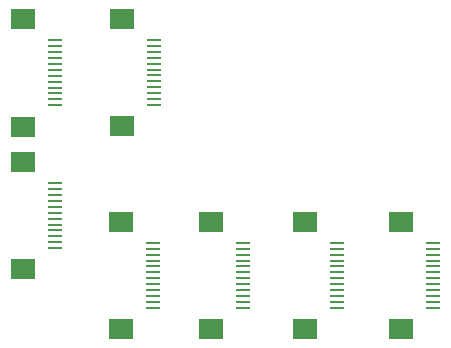
<source format=gbr>
%TF.GenerationSoftware,KiCad,Pcbnew,7.0.2*%
%TF.CreationDate,2024-09-11T13:33:12+02:00*%
%TF.ProjectId,mcu_holder,6d63755f-686f-46c6-9465-722e6b696361,rev?*%
%TF.SameCoordinates,Original*%
%TF.FileFunction,Paste,Top*%
%TF.FilePolarity,Positive*%
%FSLAX46Y46*%
G04 Gerber Fmt 4.6, Leading zero omitted, Abs format (unit mm)*
G04 Created by KiCad (PCBNEW 7.0.2) date 2024-09-11 13:33:12*
%MOMM*%
%LPD*%
G01*
G04 APERTURE LIST*
%ADD10R,1.250000X0.280000*%
%ADD11R,2.000000X1.800000*%
G04 APERTURE END LIST*
D10*
%TO.C,J11*%
X130293000Y-62550000D03*
X130293000Y-63050000D03*
X130293000Y-63550000D03*
X130293000Y-64050000D03*
X130293000Y-64550000D03*
X130293000Y-65050000D03*
X130293000Y-65550000D03*
X130293000Y-66050000D03*
X130293000Y-66550000D03*
X130293000Y-67050000D03*
X130293000Y-67550000D03*
X130293000Y-68050000D03*
D11*
X127569000Y-69850000D03*
X127569000Y-60750000D03*
%TD*%
D10*
%TO.C,J17*%
X98249000Y-57500000D03*
X98249000Y-58000000D03*
X98249000Y-58500000D03*
X98249000Y-59000000D03*
X98249000Y-59500000D03*
X98249000Y-60000000D03*
X98249000Y-60500000D03*
X98249000Y-61000000D03*
X98249000Y-61500000D03*
X98249000Y-62000000D03*
X98249000Y-62500000D03*
X98249000Y-63000000D03*
D11*
X95525000Y-64800000D03*
X95525000Y-55700000D03*
%TD*%
D10*
%TO.C,J16*%
X106693000Y-45375000D03*
X106693000Y-45875000D03*
X106693000Y-46375000D03*
X106693000Y-46875000D03*
X106693000Y-47375000D03*
X106693000Y-47875000D03*
X106693000Y-48375000D03*
X106693000Y-48875000D03*
X106693000Y-49375000D03*
X106693000Y-49875000D03*
X106693000Y-50375000D03*
X106693000Y-50875000D03*
D11*
X103969000Y-52675000D03*
X103969000Y-43575000D03*
%TD*%
D10*
%TO.C,J15*%
X98249000Y-45400000D03*
X98249000Y-45900000D03*
X98249000Y-46400000D03*
X98249000Y-46900000D03*
X98249000Y-47400000D03*
X98249000Y-47900000D03*
X98249000Y-48400000D03*
X98249000Y-48900000D03*
X98249000Y-49400000D03*
X98249000Y-49900000D03*
X98249000Y-50400000D03*
X98249000Y-50900000D03*
D11*
X95525000Y-52700000D03*
X95525000Y-43600000D03*
%TD*%
D10*
%TO.C,J14*%
X106593000Y-62550000D03*
X106593000Y-63050000D03*
X106593000Y-63550000D03*
X106593000Y-64050000D03*
X106593000Y-64550000D03*
X106593000Y-65050000D03*
X106593000Y-65550000D03*
X106593000Y-66050000D03*
X106593000Y-66550000D03*
X106593000Y-67050000D03*
X106593000Y-67550000D03*
X106593000Y-68050000D03*
D11*
X103869000Y-69850000D03*
X103869000Y-60750000D03*
%TD*%
D10*
%TO.C,J13*%
X114200000Y-62550000D03*
X114200000Y-63050000D03*
X114200000Y-63550000D03*
X114200000Y-64050000D03*
X114200000Y-64550000D03*
X114200000Y-65050000D03*
X114200000Y-65550000D03*
X114200000Y-66050000D03*
X114200000Y-66550000D03*
X114200000Y-67050000D03*
X114200000Y-67550000D03*
X114200000Y-68050000D03*
D11*
X111476000Y-69850000D03*
X111476000Y-60750000D03*
%TD*%
D10*
%TO.C,J12*%
X122168000Y-62550000D03*
X122168000Y-63050000D03*
X122168000Y-63550000D03*
X122168000Y-64050000D03*
X122168000Y-64550000D03*
X122168000Y-65050000D03*
X122168000Y-65550000D03*
X122168000Y-66050000D03*
X122168000Y-66550000D03*
X122168000Y-67050000D03*
X122168000Y-67550000D03*
X122168000Y-68050000D03*
D11*
X119444000Y-69850000D03*
X119444000Y-60750000D03*
%TD*%
M02*

</source>
